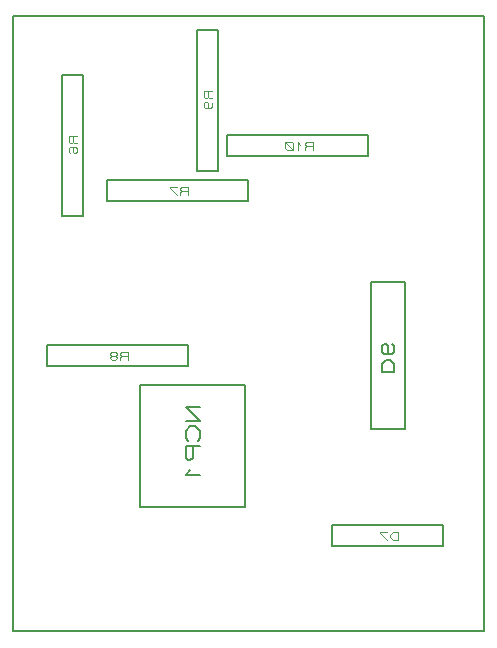
<source format=gbr>
G04 PROTEUS GERBER X2 FILE*
%TF.GenerationSoftware,Labcenter,Proteus,8.5-SP0-Build22067*%
%TF.CreationDate,2019-11-03T13:44:13+00:00*%
%TF.FileFunction,AssemblyDrawing,Bot*%
%TF.FilePolarity,Positive*%
%TF.Part,Single*%
%FSLAX45Y45*%
%MOMM*%
G01*
%TA.AperFunction,Profile*%
%ADD25C,0.203200*%
%TA.AperFunction,Material*%
%ADD28C,0.203200*%
%ADD52C,0.172210*%
%ADD51C,0.106680*%
%ADD61C,0.207260*%
D25*
X-1904000Y-2587000D02*
X+2085000Y-2587000D01*
X+2085000Y+2620000D01*
X-1904000Y+2620000D01*
X-1904000Y-2587000D01*
D28*
X+1127760Y-876300D02*
X+1414780Y-876300D01*
X+1414780Y+368300D01*
X+1127760Y+368300D01*
X+1127760Y-876300D01*
D52*
X+1219606Y-391769D02*
X+1322933Y-391769D01*
X+1322933Y-322885D01*
X+1288491Y-288443D01*
X+1254048Y-288443D01*
X+1219606Y-322885D01*
X+1219606Y-391769D01*
X+1305712Y-150674D02*
X+1322933Y-167895D01*
X+1322933Y-219558D01*
X+1305712Y-236779D01*
X+1236827Y-236779D01*
X+1219606Y-219558D01*
X+1219606Y-167895D01*
X+1236827Y-150674D01*
X+1254048Y-150674D01*
X+1271270Y-167895D01*
X+1271270Y-236779D01*
D28*
X+800100Y-1866900D02*
X+1739900Y-1866900D01*
X+1739900Y-1689100D01*
X+800100Y-1689100D01*
X+800100Y-1866900D01*
D51*
X+1355344Y-1810004D02*
X+1355344Y-1745996D01*
X+1312672Y-1745996D01*
X+1291336Y-1767332D01*
X+1291336Y-1788668D01*
X+1312672Y-1810004D01*
X+1355344Y-1810004D01*
X+1259332Y-1745996D02*
X+1205992Y-1745996D01*
X+1205992Y-1756664D01*
X+1259332Y-1810004D01*
D28*
X-825500Y-1534160D02*
X+63500Y-1534160D01*
X+63500Y-497840D01*
X-825500Y-497840D01*
X-825500Y-1534160D01*
D61*
X-318820Y-684378D02*
X-443179Y-684378D01*
X-318820Y-808736D01*
X-443179Y-808736D01*
X-339547Y-974547D02*
X-318820Y-953820D01*
X-318820Y-891641D01*
X-360273Y-850189D01*
X-401726Y-850189D01*
X-443179Y-891641D01*
X-443179Y-953820D01*
X-422452Y-974547D01*
X-318820Y-1016000D02*
X-443179Y-1016000D01*
X-443179Y-1119631D01*
X-422452Y-1140358D01*
X-401726Y-1140358D01*
X-381000Y-1119631D01*
X-381000Y-1016000D01*
X-401726Y-1223263D02*
X-443179Y-1264716D01*
X-318820Y-1264716D01*
D28*
X-1612900Y-342900D02*
X-419100Y-342900D01*
X-419100Y-165100D01*
X-1612900Y-165100D01*
X-1612900Y-342900D01*
D51*
X-930656Y-286004D02*
X-930656Y-221996D01*
X-983996Y-221996D01*
X-994664Y-232664D01*
X-994664Y-243332D01*
X-983996Y-254000D01*
X-930656Y-254000D01*
X-983996Y-254000D02*
X-994664Y-264668D01*
X-994664Y-286004D01*
X-1037336Y-254000D02*
X-1026668Y-243332D01*
X-1026668Y-232664D01*
X-1037336Y-221996D01*
X-1069340Y-221996D01*
X-1080008Y-232664D01*
X-1080008Y-243332D01*
X-1069340Y-254000D01*
X-1037336Y-254000D01*
X-1026668Y-264668D01*
X-1026668Y-275336D01*
X-1037336Y-286004D01*
X-1069340Y-286004D01*
X-1080008Y-275336D01*
X-1080008Y-264668D01*
X-1069340Y-254000D01*
D28*
X-88900Y+1435100D02*
X+1104900Y+1435100D01*
X+1104900Y+1612900D01*
X-88900Y+1612900D01*
X-88900Y+1435100D01*
D51*
X+636016Y+1491996D02*
X+636016Y+1556004D01*
X+582676Y+1556004D01*
X+572008Y+1545336D01*
X+572008Y+1534668D01*
X+582676Y+1524000D01*
X+636016Y+1524000D01*
X+582676Y+1524000D02*
X+572008Y+1513332D01*
X+572008Y+1491996D01*
X+529336Y+1534668D02*
X+508000Y+1556004D01*
X+508000Y+1491996D01*
X+465328Y+1502664D02*
X+465328Y+1545336D01*
X+454660Y+1556004D01*
X+411988Y+1556004D01*
X+401320Y+1545336D01*
X+401320Y+1502664D01*
X+411988Y+1491996D01*
X+454660Y+1491996D01*
X+465328Y+1502664D01*
X+465328Y+1491996D02*
X+401320Y+1556004D01*
D28*
X-1104900Y+1054100D02*
X+88900Y+1054100D01*
X+88900Y+1231900D01*
X-1104900Y+1231900D01*
X-1104900Y+1054100D01*
D51*
X-422656Y+1110996D02*
X-422656Y+1175004D01*
X-475996Y+1175004D01*
X-486664Y+1164336D01*
X-486664Y+1153668D01*
X-475996Y+1143000D01*
X-422656Y+1143000D01*
X-475996Y+1143000D02*
X-486664Y+1132332D01*
X-486664Y+1110996D01*
X-518668Y+1175004D02*
X-572008Y+1175004D01*
X-572008Y+1164336D01*
X-518668Y+1110996D01*
D28*
X-342900Y+1308100D02*
X-165100Y+1308100D01*
X-165100Y+2501900D01*
X-342900Y+2501900D01*
X-342900Y+1308100D01*
D51*
X-221996Y+1990344D02*
X-286004Y+1990344D01*
X-286004Y+1937004D01*
X-275336Y+1926336D01*
X-264668Y+1926336D01*
X-254000Y+1937004D01*
X-254000Y+1990344D01*
X-254000Y+1937004D02*
X-243332Y+1926336D01*
X-221996Y+1926336D01*
X-264668Y+1840992D02*
X-254000Y+1851660D01*
X-254000Y+1883664D01*
X-264668Y+1894332D01*
X-275336Y+1894332D01*
X-286004Y+1883664D01*
X-286004Y+1851660D01*
X-275336Y+1840992D01*
X-232664Y+1840992D01*
X-221996Y+1851660D01*
X-221996Y+1883664D01*
D28*
X-1485900Y+927100D02*
X-1308100Y+927100D01*
X-1308100Y+2120900D01*
X-1485900Y+2120900D01*
X-1485900Y+927100D01*
D51*
X-1364996Y+1609344D02*
X-1429004Y+1609344D01*
X-1429004Y+1556004D01*
X-1418336Y+1545336D01*
X-1407668Y+1545336D01*
X-1397000Y+1556004D01*
X-1397000Y+1609344D01*
X-1397000Y+1556004D02*
X-1386332Y+1545336D01*
X-1364996Y+1545336D01*
X-1418336Y+1459992D02*
X-1429004Y+1470660D01*
X-1429004Y+1502664D01*
X-1418336Y+1513332D01*
X-1375664Y+1513332D01*
X-1364996Y+1502664D01*
X-1364996Y+1470660D01*
X-1375664Y+1459992D01*
X-1386332Y+1459992D01*
X-1397000Y+1470660D01*
X-1397000Y+1513332D01*
M02*

</source>
